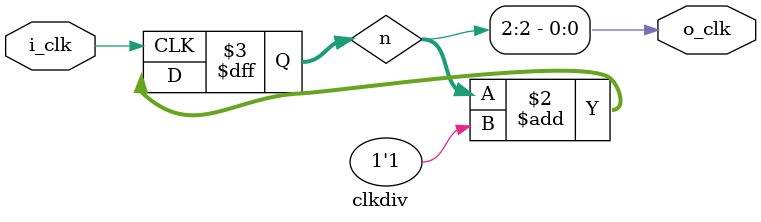
<source format=v>
module clkdiv (
    input i_clk,
    output o_clk
);

    reg [3:0] n;

    //assign o_clk = n[0]; // :2   -> 12 MHz
    //assign o_clk = n[1]; // :4   ->  6 MHz
    assign o_clk = n[2]; // :8   ->  3 MHz
    //assign o_clk = n[3]; // :16  ->  1.5 MHz

    always @(posedge i_clk) n <= n + 1'b1;

endmodule
</source>
